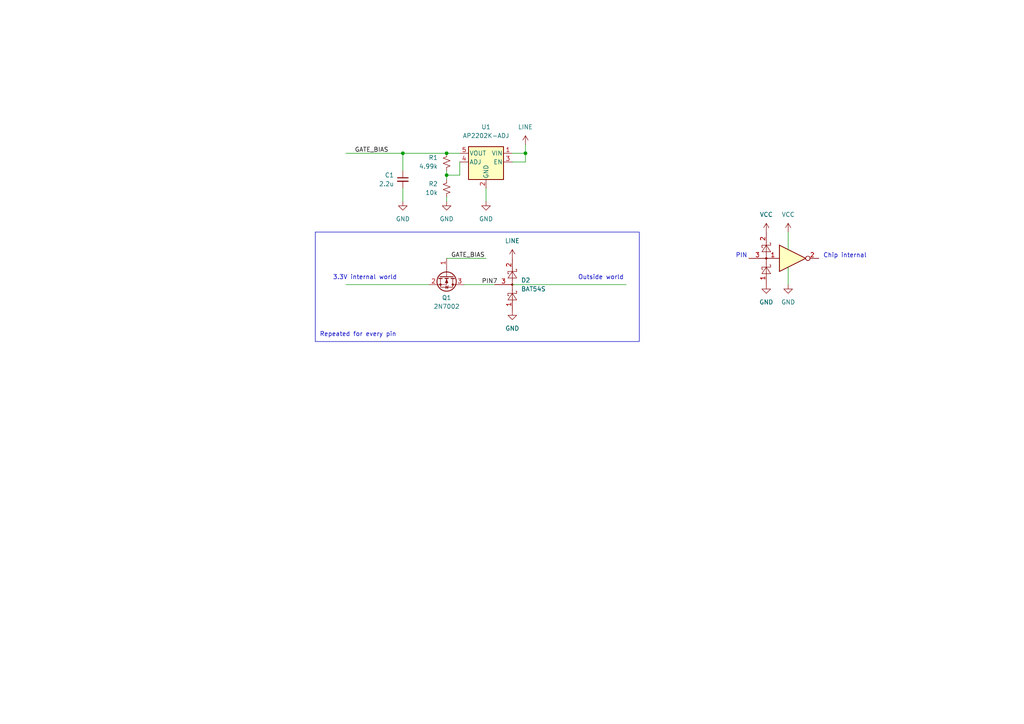
<source format=kicad_sch>
(kicad_sch (version 20230121) (generator eeschema)
  (paper "A4")
  (lib_symbols
    (symbol "74xx:74LS06" (pin_names (offset 1.016))
      (property "Reference" "U" (at 0 1.27 0))
      (property "Value" "74LS06" (at 0 -1.27 0))
      (symbol "74LS06_1_0"
        (polyline (pts (xy -3.81 3.81) (xy -3.81 -3.81) (xy 3.81 0) (xy -3.81 3.81)) (stroke (width 0.254)) (fill (type background)))
        (pin input line (at -7.62 0 0) (length 3.81) (name "~") (number "1"))
        (pin open_collector inverted (at 7.62 0 180) (length 3.81) (name "~") (number "2"))
      )
      (symbol "74LS06_2_0"
        (polyline (pts (xy -3.81 3.81) (xy -3.81 -3.81) (xy 3.81 0) (xy -3.81 3.81)) (stroke (width 0.254)) (fill (type background)))
        (pin input line (at -7.62 0 0) (length 3.81) (name "~") (number "3"))
        (pin open_collector inverted (at 7.62 0 180) (length 3.81) (name "~") (number "4"))
      )
      (symbol "74LS06_3_0"
        (polyline (pts (xy -3.81 3.81) (xy -3.81 -3.81) (xy 3.81 0) (xy -3.81 3.81)) (stroke (width 0.254)) (fill (type background)))
        (pin input line (at -7.62 0 0) (length 3.81) (name "~") (number "5"))
        (pin open_collector inverted (at 7.62 0 180) (length 3.81) (name "~") (number "6"))
      )
      (symbol "74LS06_4_0"
        (polyline (pts (xy -3.81 3.81) (xy -3.81 -3.81) (xy 3.81 0) (xy -3.81 3.81)) (stroke (width 0.254)) (fill (type background)))
        (pin open_collector inverted (at 7.62 0 180) (length 3.81) (name "~") (number "8"))
        (pin input line (at -7.62 0 0) (length 3.81) (name "~") (number "9"))
      )
      (symbol "74LS06_5_0"
        (polyline (pts (xy -3.81 3.81) (xy -3.81 -3.81) (xy 3.81 0) (xy -3.81 3.81)) (stroke (width 0.254)) (fill (type background)))
        (pin open_collector inverted (at 7.62 0 180) (length 3.81) (name "~") (number "10"))
        (pin input line (at -7.62 0 0) (length 3.81) (name "~") (number "11"))
      )
      (symbol "74LS06_6_0"
        (polyline (pts (xy -3.81 3.81) (xy -3.81 -3.81) (xy 3.81 0) (xy -3.81 3.81)) (stroke (width 0.254)) (fill (type background)))
        (pin open_collector inverted (at 7.62 0 180) (length 3.81) (name "~") (number "12"))
        (pin input line (at -7.62 0 0) (length 3.81) (name "~") (number "13"))
      )
      (symbol "74LS06_7_0"
        (pin power_in line (at 0 12.7 270) (length 5.08) (name "VCC") (number "14"))
        (pin power_in line (at 0 -12.7 90) (length 5.08) (name "GND") (number "7"))
      )
      (symbol "74LS06_7_1"
        (rectangle (start -5.08 7.62) (end 5.08 -7.62) (stroke (width 0.254)) (fill (type background)))
      )
    )
    (symbol "Device:C_Small" (pin_numbers hide) (pin_names (offset 0.254) hide)
      (property "Reference" "C" (at 0.254 1.778 0))
      (property "Value" "C_Small" (at 0.254 -2.032 0))
      (symbol "C_Small_0_1"
        (polyline (pts (xy -1.524 -0.508) (xy 1.524 -0.508)) (stroke (width 0.3302)))
        (polyline (pts (xy -1.524 0.508) (xy 1.524 0.508)) (stroke (width 0.3048)))
      )
      (symbol "C_Small_1_1"
        (pin passive line (at 0 2.54 270) (length 2.032) (name "~") (number "1"))
        (pin passive line (at 0 -2.54 90) (length 2.032) (name "~") (number "2"))
      )
    )
    (symbol "Device:R_Small_US" (pin_numbers hide) (pin_names (offset 0.254) hide)
      (property "Reference" "R" (at 0.762 0.508 0))
      (property "Value" "R_Small_US" (at 0.762 -1.016 0))
      (symbol "R_Small_US_1_1"
        (polyline (pts (xy 0 0) (xy 1.016 -0.381) (xy 0 -0.762) (xy -1.016 -1.143) (xy 0 -1.524)))
        (polyline (pts (xy 0 1.524) (xy 1.016 1.143) (xy 0 0.762) (xy -1.016 0.381) (xy 0 0)))
        (pin passive line (at 0 2.54 270) (length 1.016) (name "~") (number "1"))
        (pin passive line (at 0 -2.54 90) (length 1.016) (name "~") (number "2"))
      )
    )
    (symbol "Diode:BAT54S" (pin_names (offset 1.016))
      (property "Reference" "D" (at 0.635 -3.81 0))
      (property "Value" "BAT54S" (at -6.35 3.175 0))
      (symbol "BAT54S_0_1"
        (polyline (pts (xy -3.81 0) (xy -1.27 0)))
        (polyline (pts (xy -3.175 -1.27) (xy -3.175 -1.016)))
        (polyline (pts (xy -2.54 -1.27) (xy -3.175 -1.27)))
        (polyline (pts (xy -2.54 -1.27) (xy -2.54 1.27)))
        (polyline (pts (xy -2.54 1.27) (xy -1.905 1.27)))
        (polyline (pts (xy -1.905 0) (xy 1.905 0)))
        (polyline (pts (xy -1.905 1.27) (xy -1.905 1.016)))
        (polyline (pts (xy 1.27 0) (xy 3.81 0)))
        (polyline (pts (xy 3.175 -1.27) (xy 3.175 -1.016)))
        (polyline (pts (xy 3.81 -1.27) (xy 3.175 -1.27)))
        (polyline (pts (xy 3.81 -1.27) (xy 3.81 1.27)))
        (polyline (pts (xy 3.81 1.27) (xy 4.445 1.27)))
        (polyline (pts (xy 4.445 1.27) (xy 4.445 1.016)))
        (polyline (pts (xy -4.445 1.27) (xy -4.445 -1.27) (xy -2.54 0) (xy -4.445 1.27)))
        (polyline (pts (xy 1.905 1.27) (xy 1.905 -1.27) (xy 3.81 0) (xy 1.905 1.27)))
        (circle (center 0 0) (radius 0.254) (fill (type outline)))
      )
      (symbol "BAT54S_1_1"
        (pin passive line (at -7.62 0 0) (length 3.81) (name "~") (number "1"))
        (pin passive line (at 7.62 0 180) (length 3.81) (name "~") (number "2"))
        (pin passive line (at 0 -5.08 90) (length 5.08) (name "~") (number "3"))
      )
    )
    (symbol "Regulator_Linear:AP2204K-ADJ" (pin_names (offset 0.254))
      (property "Reference" "U" (at -5.08 5.715 0))
      (property "Value" "AP2204K-ADJ" (at 0 5.715 0))
      (symbol "AP2204K-ADJ_0_1"
        (rectangle (start -5.08 4.445) (end 5.08 -5.08) (stroke (width 0.254)) (fill (type background)))
      )
      (symbol "AP2204K-ADJ_1_1"
        (pin power_in line (at -7.62 2.54 0) (length 2.54) (name "VIN") (number "1"))
        (pin power_in line (at 0 -7.62 90) (length 2.54) (name "GND") (number "2"))
        (pin input line (at -7.62 0 0) (length 2.54) (name "EN") (number "3"))
        (pin input line (at 7.62 0 180) (length 2.54) (name "ADJ") (number "4"))
        (pin power_out line (at 7.62 2.54 180) (length 2.54) (name "VOUT") (number "5"))
      )
    )
    (symbol "Transistor_FET:2N7002" (pin_names hide)
      (property "Reference" "Q" (at 5.08 1.905 0))
      (property "Value" "2N7002" (at 5.08 0 0))
      (symbol "2N7002_0_1"
        (polyline (pts (xy 0.254 0) (xy -2.54 0)))
        (polyline (pts (xy 0.254 1.905) (xy 0.254 -1.905)) (stroke (width 0.254)))
        (polyline (pts (xy 0.762 -1.27) (xy 0.762 -2.286)) (stroke (width 0.254)))
        (polyline (pts (xy 0.762 0.508) (xy 0.762 -0.508)) (stroke (width 0.254)))
        (polyline (pts (xy 0.762 2.286) (xy 0.762 1.27)) (stroke (width 0.254)))
        (polyline (pts (xy 2.54 2.54) (xy 2.54 1.778)))
        (polyline (pts (xy 2.54 -2.54) (xy 2.54 0) (xy 0.762 0)))
        (polyline (pts (xy 0.762 -1.778) (xy 3.302 -1.778) (xy 3.302 1.778) (xy 0.762 1.778)))
        (polyline (pts (xy 1.016 0) (xy 2.032 0.381) (xy 2.032 -0.381) (xy 1.016 0)) (fill (type outline)))
        (polyline (pts (xy 2.794 0.508) (xy 2.921 0.381) (xy 3.683 0.381) (xy 3.81 0.254)))
        (polyline (pts (xy 3.302 0.381) (xy 2.921 -0.254) (xy 3.683 -0.254) (xy 3.302 0.381)))
        (circle (center 1.651 0) (radius 2.794) (stroke (width 0.254)))
        (circle (center 2.54 -1.778) (radius 0.254) (fill (type outline)))
        (circle (center 2.54 1.778) (radius 0.254) (fill (type outline)))
      )
      (symbol "2N7002_1_1"
        (pin input line (at -5.08 0 0) (length 2.54) (name "G") (number "1"))
        (pin passive line (at 2.54 -5.08 90) (length 2.54) (name "S") (number "2"))
        (pin passive line (at 2.54 5.08 270) (length 2.54) (name "D") (number "3"))
      )
    )
    (symbol "power:GND" (power) (pin_names (offset 0))
      (property "Value" "GND" (at 0 -3.81 0))
      (symbol "GND_0_1"
        (polyline (pts (xy 0 0) (xy 0 -1.27) (xy 1.27 -1.27) (xy 0 -2.54) (xy -1.27 -1.27) (xy 0 -1.27)))
      )
      (symbol "GND_1_1"
        (pin power_in line (at 0 0 270) (length 0) hide (name "GND") (number "1"))
      )
    )
    (symbol "power:LINE" (power) (pin_names (offset 0))
      (property "Value" "LINE" (at 0 3.81 0))
      (symbol "LINE_0_1"
        (polyline (pts (xy -0.762 1.27) (xy 0 2.54)))
        (polyline (pts (xy 0 0) (xy 0 2.54)))
        (polyline (pts (xy 0 2.54) (xy 0.762 1.27)))
      )
      (symbol "LINE_1_1"
        (pin power_in line (at 0 0 90) (length 0) hide (name "LINE") (number "1"))
      )
    )
    (symbol "power:VCC" (power) (pin_names (offset 0))
      (property "Value" "VCC" (at 0 3.81 0))
      (symbol "VCC_0_1"
        (polyline (pts (xy -0.762 1.27) (xy 0 2.54)))
        (polyline (pts (xy 0 0) (xy 0 2.54)))
        (polyline (pts (xy 0 2.54) (xy 0.762 1.27)))
      )
      (symbol "VCC_1_1"
        (pin power_in line (at 0 0 90) (length 0) hide (name "VCC") (number "1"))
      )
    )
  )
  (junction (at 129.54 44.45))
  (junction (at 116.84 44.45))
  (junction (at 129.54 50.8))
  (junction (at 152.4 44.45))
  (wire (pts (xy 133.35 46.99) (xy 133.35 50.8)))
  (wire (pts (xy 133.35 50.8) (xy 129.54 50.8)))
  (wire (pts (xy 116.84 44.45) (xy 129.54 44.45)))
  (wire (pts (xy 148.59 82.55) (xy 181.61 82.55)))
  (wire (pts (xy 100.33 82.55) (xy 124.46 82.55)))
  (wire (pts (xy 116.84 44.45) (xy 116.84 49.53)))
  (wire (pts (xy 129.54 57.15) (xy 129.54 58.42)))
  (wire (pts (xy 148.59 46.99) (xy 152.4 46.99)))
  (wire (pts (xy 140.97 54.61) (xy 140.97 58.42)))
  (wire (pts (xy 133.35 44.45) (xy 129.54 44.45)))
  (wire (pts (xy 100.33 44.45) (xy 116.84 44.45)))
  (wire (pts (xy 228.6 67.31) (xy 228.6 72.39)))
  (wire (pts (xy 152.4 44.45) (xy 148.59 44.45)))
  (wire (pts (xy 129.54 50.8) (xy 129.54 52.07)))
  (wire (pts (xy 116.84 58.42) (xy 116.84 54.61)))
  (wire (pts (xy 129.54 49.53) (xy 129.54 50.8)))
  (wire (pts (xy 152.4 44.45) (xy 152.4 46.99)))
  (wire (pts (xy 228.6 77.47) (xy 228.6 82.55)))
  (wire (pts (xy 152.4 41.91) (xy 152.4 44.45)))
  (wire (pts (xy 129.54 74.93) (xy 140.97 74.93)))
  (wire (pts (xy 134.62 82.55) (xy 143.51 82.55)))
  (rectangle (start 91.44 67.31) (end 185.42 99.06))
  (text "Chip internal" (at 238.76 74.93 0) (effects (font (size 1.27 1.27)) (justify left bottom)))
  (text "PIN" (at 213.36 74.93 0) (effects (font (size 1.27 1.27)) (justify left bottom)))
  (text "Repeated for every pin" (at 92.71 97.79 0) (effects (font (size 1.27 1.27)) (justify left bottom)))
  (text "3.3V internal world" (at 96.52 81.28 0) (effects (font (size 1.27 1.27)) (justify left bottom)))
  (text "Outside world" (at 167.64 81.28 0) (effects (font (size 1.27 1.27)) (justify left bottom)))
  (label "GATE_BIAS" (at 130.81 74.93 0))
  (label "PIN7" (at 139.7 82.55 0))
  (label "GATE_BIAS" (at 102.87 44.45 0))
  (symbol (lib_id "power:GND") (at 222.25 82.55 0) (unit 1)
    (property "Reference" "#PWR07" (effects hide))
    (property "Value" "GND" (at 222.25 87.63 0))
  )
  (symbol (lib_id "74xx:74LS06") (at 229.87 74.93 0) (unit 1)
    (property "Reference" "U2" (effects hide))
    (property "Value" "74LS06" (effects hide))
    (property "Datasheet" "http://www.ti.com/lit/gpn/sn74LS06" (effects hide))
  )
  (symbol (lib_id "power:VCC") (at 222.25 67.31 0) (unit 1)
    (property "Reference" "#PWR01" (effects hide))
    (property "Value" "VCC" (at 222.25 62.23 0))
  )
  (symbol (lib_id "power:GND") (at 116.84 58.42 0) (mirror y) (unit 1)
    (property "Reference" "#PWR08" (effects hide))
    (property "Value" "GND" (at 116.84 63.5 0))
  )
  (symbol (lib_id "Device:R_Small_US") (at 129.54 54.61 0) (mirror y) (unit 1)
    (property "Reference" "R2" (at 127 53.3399 0) (effects (justify left)))
    (property "Value" "10k" (at 127 55.8799 0) (effects (justify left)))
    (property "Footprint" "Resistor_SMD:R_0402_1005Metric_Pad0.72x0.64mm_HandSolder" (effects hide))
    (property "manf#" "CR0402-FX-1002GLF" (effects hide))
  )
  (symbol (lib_id "power:GND") (at 228.6 82.55 0) (unit 1)
    (property "Reference" "#PWR010" (effects hide))
    (property "Value" "GND" (at 228.6 87.63 0))
  )
  (symbol (lib_id "power:LINE") (at 148.59 74.93 0) (unit 1)
    (property "Reference" "#PWR03" (effects hide))
    (property "Value" "LINE" (at 148.59 69.85 0))
  )
  (symbol (lib_id "Regulator_Linear:AP2204K-ADJ") (at 140.97 46.99 0) (mirror y) (unit 1)
    (property "Reference" "U1" (at 140.97 36.83 0))
    (property "Value" "AP2202K-ADJ" (at 140.97 39.37 0))
    (property "Footprint" "Package_TO_SOT_SMD:SOT-23-5" (effects hide))
    (property "Datasheet" "https://www.diodes.com/assets/Datasheets/AP2204.pdf" (effects hide))
    (property "manf#" "AP2202K-ADJTRE1" (effects hide))
  )
  (symbol (lib_id "Diode:BAT54S") (at 148.59 82.55 270) (mirror x) (unit 1)
    (property "Reference" "D2" (at 151.13 81.28 90) (effects (justify left)))
    (property "Value" "BAT54S" (at 151.13 83.82 90) (effects (justify left)))
    (property "Footprint" "Package_TO_SOT_SMD:SOT-23" (effects hide))
    (property "Datasheet" "https://www.diodes.com/assets/Datasheets/ds11005.pdf" (effects hide))
    (property "manf#" "BAT54S-7-F" (effects hide))
  )
  (symbol (lib_id "power:GND") (at 148.59 90.17 0) (unit 1)
    (property "Reference" "#PWR04" (effects hide))
    (property "Value" "GND" (at 148.59 95.25 0))
  )
  (symbol (lib_id "power:VCC") (at 228.6 67.31 0) (unit 1)
    (property "Reference" "#PWR09" (effects hide))
    (property "Value" "VCC" (at 228.6 62.23 0))
  )
  (symbol (lib_id "Device:C_Small") (at 116.84 52.07 0) (mirror y) (unit 1)
    (property "Reference" "C1" (at 114.3 50.8062 0) (effects (justify left)))
    (property "Value" "2.2u" (at 114.3 53.3462 0) (effects (justify left)))
    (property "Footprint" "Capacitor_SMD:C_0402_1005Metric_Pad0.74x0.62mm_HandSolder" (effects hide))
    (property "manf#" "CC0402MRX5R6BB225" (effects hide))
  )
  (symbol (lib_id "power:GND") (at 140.97 58.42 0) (mirror y) (unit 1)
    (property "Reference" "#PWR05" (effects hide))
    (property "Value" "GND" (at 140.97 63.5 0))
  )
  (symbol (lib_id "power:LINE") (at 152.4 41.91 0) (unit 1)
    (property "Reference" "#PWR02" (effects hide))
    (property "Value" "LINE" (at 152.4 36.83 0))
  )
  (symbol (lib_id "Transistor_FET:2N7002") (at 129.54 80.01 270) (unit 1)
    (property "Reference" "Q1" (at 129.54 86.36 90))
    (property "Value" "2N7002" (at 129.54 88.9 90))
    (property "Footprint" "Package_TO_SOT_SMD:SOT-23" (effects hide))
    (property "Datasheet" "https://assets.nexperia.com/documents/data-sheet/2N7002NXAK.pdf" (effects hide))
    (property "manf#" "2N7002NXAKR" (effects hide))
  )
  (symbol (lib_id "power:GND") (at 129.54 58.42 0) (mirror y) (unit 1)
    (property "Reference" "#PWR06" (effects hide))
    (property "Value" "GND" (at 129.54 63.5 0))
  )
  (symbol (lib_id "Device:R_Small_US") (at 129.54 46.99 0) (mirror y) (unit 1)
    (property "Reference" "R1" (at 127 45.7199 0) (effects (justify left)))
    (property "Value" "4.99k" (at 127 48.2599 0) (effects (justify left)))
    (property "Footprint" "Resistor_SMD:R_0402_1005Metric_Pad0.72x0.64mm_HandSolder" (effects hide))
    (property "manf#" "ERJ-2RKF4991X" (effects hide))
  )
  (symbol (lib_id "Diode:BAT54S") (at 222.25 74.93 270) (mirror x) (unit 1)
    (property "Reference" "D1" (effects hide))
    (property "Value" "BAT54S" (effects hide))
    (property "Footprint" "Package_TO_SOT_SMD:SOT-23" (effects hide))
    (property "Datasheet" "https://www.diodes.com/assets/Datasheets/ds11005.pdf" (effects hide))
    (property "manf#" "BAT54S-7-F" (effects hide))
  )
)
</source>
